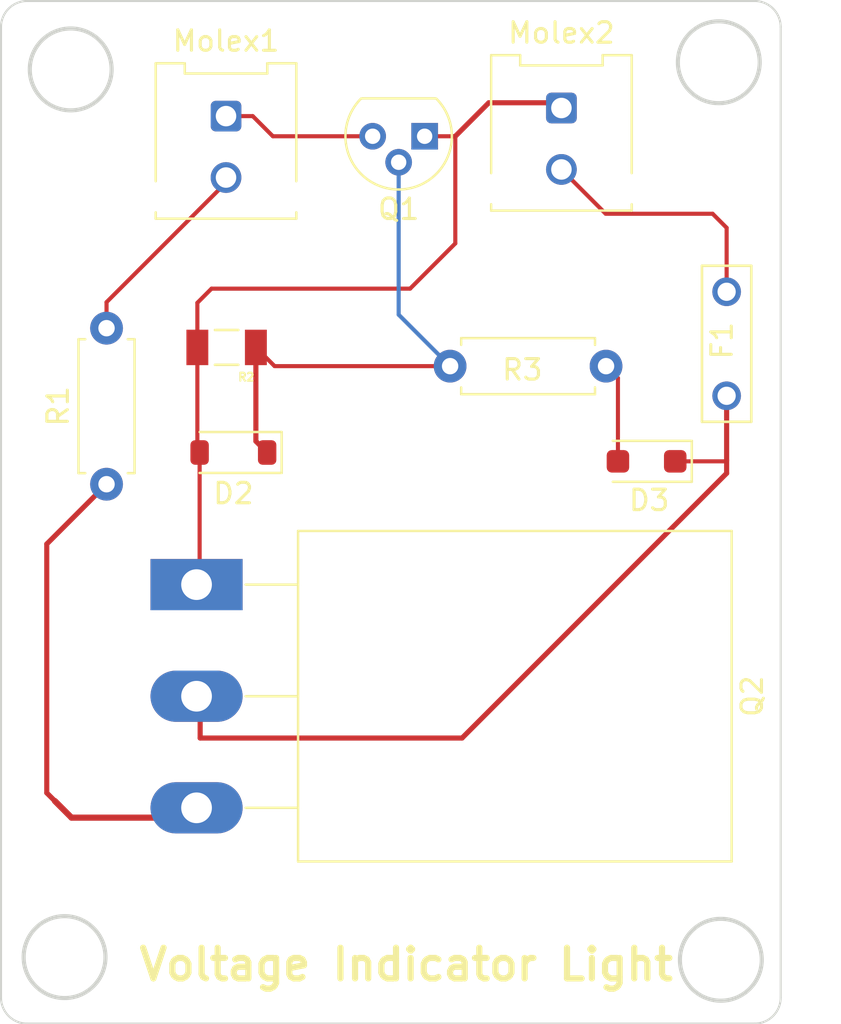
<source format=kicad_pcb>
(kicad_pcb (version 20221018) (generator pcbnew)
  (layers (0 "F.Cu" signal) (31 "B.Cu" signal) (34 "B.Paste" user) (35 "F.Paste" user) (36 "B.SilkS" user "B.Silkscreen") (37 "F.SilkS" user "F.Silkscreen") (38 "B.Mask" user) (39 "F.Mask" user) (44 "Edge.Cuts" user))
  (net 0 "")
  (net 1 "Net-(D2-K)")
  (net 2 "/LED+")
  (net 3 "Net-(D3-K)")
  (net 4 "Net-(D3-A)")
  (net 5 "/HV-")
  (net 6 "/LED-")
  (net 7 "/HV+")
  (net 8 "Net-(Q2-S)")
  (footprint "Package_TO_SOT_THT:TO-92" (layer "F.Cu") (at 139.446 67.564 180)
    (fp_text reference "Q1" (at 1.27 -3.56) (layer "F.SilkS"))
    (fp_text value "VN2460")
    (fp_line (start -0.53 1.85) (end 3.07 1.85) (stroke (width 0.12)) (layer "F.SilkS"))
    (fp_arc (start -0.568478 1.838478) (mid -1.132087 -0.994977) (end 1.27 -2.6) (stroke (width 0.12)) (layer "F.SilkS"))
    (fp_arc (start 1.27 -2.6) (mid 3.672087 -0.994977) (end 3.108478 1.838478) (stroke (width 0.12)) (layer "F.SilkS"))
    (pad "1" thru_hole rect (at 0 0 180) (size 1.3 1.3) (drill 0.75) (layers "*.Cu" "*.Mask") (net 5 "/HV-"))
    (pad "2" thru_hole circle (at 1.27 -1.27 180) (size 1.3 1.3) (drill 0.75) (layers "*.Cu" "*.Mask") (net 1 "Net-(D2-K)"))
    (pad "3" thru_hole circle (at 2.54 0 180) (size 1.3 1.3) (drill 0.75) (layers "*.Cu" "*.Mask") (net 6 "/LED-"))
  )
  (footprint "Connector_Molex:Molex_Micro-Fit_3.0_43045-0212_2x01_P3.00mm_Vertical" (layer "F.Cu") (at 129.74 66.58)
    (fp_text reference "Molex1" (at 0 -3.67) (layer "F.SilkS"))
    (fp_text value "043045-0212")
    (fp_line (start -3.435 -2.58) (end -2.015 -2.58) (stroke (width 0.12)) (layer "F.SilkS"))
    (fp_line (start -3.435 3.18) (end -3.435 -2.58) (stroke (width 0.12)) (layer "F.SilkS"))
    (fp_line (start -3.435 4.7) (end -3.435 5.01) (stroke (width 0.12)) (layer "F.SilkS"))
    (fp_line (start -3.435 5.01) (end 3.435 5.01) (stroke (width 0.12)) (layer "F.SilkS"))
    (fp_line (start -2.015 -2.58) (end -2.015 -2.08) (stroke (width 0.12)) (layer "F.SilkS"))
    (fp_line (start -2.015 -2.08) (end 2.015 -2.08) (stroke (width 0.12)) (layer "F.SilkS"))
    (fp_line (start 2.015 -2.58) (end 3.435 -2.58) (stroke (width 0.12)) (layer "F.SilkS"))
    (fp_line (start 2.015 -2.08) (end 2.015 -2.58) (stroke (width 0.12)) (layer "F.SilkS"))
    (fp_line (start 3.435 -2.58) (end 3.435 3.18) (stroke (width 0.12)) (layer "F.SilkS"))
    (fp_line (start 3.435 5.01) (end 3.435 4.7) (stroke (width 0.12)) (layer "F.SilkS"))
    (pad "" np_thru_hole circle (at -3 3.94) (size 1 1) (drill 1) (layers "*.Cu" "*.Mask"))
    (pad "" np_thru_hole circle (at 3 3.94) (size 1 1) (drill 1) (layers "*.Cu" "*.Mask"))
    (pad "1" thru_hole roundrect (at 0 0) (size 1.5 1.5) (drill 1) (layers "*.Cu" "*.Mask") (roundrect_rratio 0.166667) (net 6 "/LED-"))
    (pad "2" thru_hole circle (at 0 3) (size 1.5 1.5) (drill 1) (layers "*.Cu" "*.Mask") (net 2 "/LED+"))
  )
  (footprint "Resistor_SMD:RESC3116X65N" (layer "F.Cu") (at 129.7696 77.8764 180)
    (fp_text reference "R2" (at -0.96 -1.45) (layer "F.SilkS") (effects (font (size 0.393701 0.393701))))
    (fp_text value "RK73G2BTTD1004C")
    (fp_line (start -0.57 -0.85) (end 0.57 -0.85) (stroke (width 0.127)) (layer "F.SilkS"))
    (fp_line (start -0.57 0.85) (end 0.57 0.85) (stroke (width 0.127)) (layer "F.SilkS"))
    (pad "1" smd rect (at -1.43 0 180) (size 1.07 1.73) (layers "F.Cu" "F.Paste" "F.Mask") (net 1 "Net-(D2-K)"))
    (pad "2" smd rect (at 1.43 0 180) (size 1.07 1.73) (layers "F.Cu" "F.Paste" "F.Mask") (net 5 "/HV-"))
  )
  (footprint "Connector_Molex:Molex_Micro-Fit_3.0_43045-0212_2x01_P3.00mm_Vertical" (layer "F.Cu") (at 146.13 66.185)
    (fp_text reference "Molex2" (at 0 -3.67) (layer "F.SilkS"))
    (fp_text value "043045-0212")
    (fp_line (start -3.435 -2.58) (end -2.015 -2.58) (stroke (width 0.12)) (layer "F.SilkS"))
    (fp_line (start -3.435 3.18) (end -3.435 -2.58) (stroke (width 0.12)) (layer "F.SilkS"))
    (fp_line (start -3.435 4.7) (end -3.435 5.01) (stroke (width 0.12)) (layer "F.SilkS"))
    (fp_line (start -3.435 5.01) (end 3.435 5.01) (stroke (width 0.12)) (layer "F.SilkS"))
    (fp_line (start -2.015 -2.58) (end -2.015 -2.08) (stroke (width 0.12)) (layer "F.SilkS"))
    (fp_line (start -2.015 -2.08) (end 2.015 -2.08) (stroke (width 0.12)) (layer "F.SilkS"))
    (fp_line (start 2.015 -2.58) (end 3.435 -2.58) (stroke (width 0.12)) (layer "F.SilkS"))
    (fp_line (start 2.015 -2.08) (end 2.015 -2.58) (stroke (width 0.12)) (layer "F.SilkS"))
    (fp_line (start 3.435 -2.58) (end 3.435 3.18) (stroke (width 0.12)) (layer "F.SilkS"))
    (fp_line (start 3.435 5.01) (end 3.435 4.7) (stroke (width 0.12)) (layer "F.SilkS"))
    (pad "" np_thru_hole circle (at -3 3.94) (size 1 1) (drill 1) (layers "*.Cu" "*.Mask"))
    (pad "" np_thru_hole circle (at 3 3.94) (size 1 1) (drill 1) (layers "*.Cu" "*.Mask"))
    (pad "1" thru_hole roundrect (at 0 0) (size 1.5 1.5) (drill 1) (layers "*.Cu" "*.Mask") (roundrect_rratio 0.166667) (net 5 "/HV-"))
    (pad "2" thru_hole circle (at 0 3) (size 1.5 1.5) (drill 1) (layers "*.Cu" "*.Mask") (net 7 "/HV+"))
  )
  (footprint "Diode_SMD:D_SOD-123F" (layer "F.Cu") (at 150.2918 83.439 180)
    (fp_text reference "D3" (at -0.127 -1.905) (layer "F.SilkS"))
    (fp_text value "PZ1AL62B-AU_R1_000A1")
    (fp_line (start -2.21 -1) (end -2.21 1) (stroke (width 0.12)) (layer "F.SilkS"))
    (fp_line (start -2.21 -1) (end 1.65 -1) (stroke (width 0.12)) (layer "F.SilkS"))
    (fp_line (start -2.21 1) (end 1.65 1) (stroke (width 0.12)) (layer "F.SilkS"))
    (pad "1" smd roundrect (at -1.4 0 180) (size 1.1 1.1) (layers "F.Cu" "F.Paste" "F.Mask") (roundrect_rratio 0.2272727273) (net 3 "Net-(D3-K)"))
    (pad "2" smd roundrect (at 1.4 0 180) (size 1.1 1.1) (layers "F.Cu" "F.Paste" "F.Mask") (roundrect_rratio 0.2272727273) (net 4 "Net-(D3-A)"))
  )
  (footprint "Resistor_THT:R_Axial_DIN0207_L6.3mm_D2.5mm_P7.62mm_Horizontal" (layer "F.Cu") (at 123.9012 84.5566 90)
    (fp_text reference "R1" (at 3.81 -2.37 90) (layer "F.SilkS"))
    (fp_text value "1100")
    (fp_line (start 0.54 -1.37) (end 7.08 -1.37) (stroke (width 0.12)) (layer "F.SilkS"))
    (fp_line (start 0.54 -1.04) (end 0.54 -1.37) (stroke (width 0.12)) (layer "F.SilkS"))
    (fp_line (start 0.54 1.04) (end 0.54 1.37) (stroke (width 0.12)) (layer "F.SilkS"))
    (fp_line (start 0.54 1.37) (end 7.08 1.37) (stroke (width 0.12)) (layer "F.SilkS"))
    (fp_line (start 7.08 -1.37) (end 7.08 -1.04) (stroke (width 0.12)) (layer "F.SilkS"))
    (fp_line (start 7.08 1.37) (end 7.08 1.04) (stroke (width 0.12)) (layer "F.SilkS"))
    (pad "1" thru_hole circle (at 0 0 90) (size 1.6 1.6) (drill 0.8) (layers "*.Cu" "*.Mask") (net 8 "Net-(Q2-S)"))
    (pad "2" thru_hole oval (at 7.62 0 90) (size 1.6 1.6) (drill 0.8) (layers "*.Cu" "*.Mask") (net 2 "/LED+"))
  )
  (footprint "Package_TO_SOT_THT:TO-247-3_Horizontal_TabDown" (layer "F.Cu") (at 128.3 89.46 -90)
    (fp_text reference "Q2" (at 5.45 -27.15 90) (layer "F.SilkS"))
    (fp_text value "UJ3N120035K3S")
    (fp_line (start -2.62 -26.15) (end -2.62 -4.96) (stroke (width 0.12)) (layer "F.SilkS"))
    (fp_line (start -2.62 -26.15) (end 13.52 -26.15) (stroke (width 0.12)) (layer "F.SilkS"))
    (fp_line (start -2.62 -4.96) (end 13.52 -4.96) (stroke (width 0.12)) (layer "F.SilkS"))
    (fp_line (start 0 -4.96) (end 0 -2.4) (stroke (width 0.12)) (layer "F.SilkS"))
    (fp_line (start 5.45 -4.96) (end 5.45 -2.4) (stroke (width 0.12)) (layer "F.SilkS"))
    (fp_line (start 10.9 -4.96) (end 10.9 -2.4) (stroke (width 0.12)) (layer "F.SilkS"))
    (fp_line (start 13.52 -26.15) (end 13.52 -4.96) (stroke (width 0.12)) (layer "F.SilkS"))
    (pad "" np_thru_hole oval (at 5.45 -19.86 270) (size 3.6 3.6) (drill 3.6) (layers "*.Cu" "*.Mask"))
    (pad "1" thru_hole rect (at 0 0 270) (size 2.5 4.5) (drill 1.5) (layers "*.Cu" "*.Mask") (net 5 "/HV-"))
    (pad "2" thru_hole oval (at 5.45 0 270) (size 2.5 4.5) (drill 1.5) (layers "*.Cu" "*.Mask") (net 3 "Net-(D3-K)"))
    (pad "3" thru_hole oval (at 10.9 0 270) (size 2.5 4.5) (drill 1.5) (layers "*.Cu" "*.Mask") (net 8 "Net-(Q2-S)"))
  )
  (footprint "Diode_SMD:D_SOD-123" (layer "F.Cu") (at 130.0998 83.0072 180)
    (fp_text reference "D2" (at 0 -2) (layer "F.SilkS"))
    (fp_text value "BZT52-B12_R1_00001")
    (fp_line (start -2.36 -1) (end -2.36 1) (stroke (width 0.12)) (layer "F.SilkS"))
    (fp_line (start -2.36 -1) (end 1.65 -1) (stroke (width 0.12)) (layer "F.SilkS"))
    (fp_line (start -2.36 1) (end 1.65 1) (stroke (width 0.12)) (layer "F.SilkS"))
    (pad "1" smd roundrect (at -1.65 0 180) (size 0.9 1.2) (layers "F.Cu" "F.Paste" "F.Mask") (net 1 "Net-(D2-K)"))
    (pad "2" smd roundrect (at 1.65 0 180) (size 0.9 1.2) (layers "F.Cu" "F.Paste" "F.Mask") (net 5 "/HV-"))
  )
  (footprint "Resistor_THT:R_Axial_DIN0207_L6.3mm_D2.5mm_P7.62mm_Horizontal" (layer "F.Cu") (at 148.3106 78.7908 180)
    (fp_text reference "R3" (at 4.0894 -0.1778 180) (layer "F.SilkS"))
    (fp_text value "PR02000201004FA100")
    (fp_line (start 0.54 -1.37) (end 7.08 -1.37) (stroke (width 0.12)) (layer "F.SilkS"))
    (fp_line (start 0.54 -1.04) (end 0.54 -1.37) (stroke (width 0.12)) (layer "F.SilkS"))
    (fp_line (start 0.54 1.04) (end 0.54 1.37) (stroke (width 0.12)) (layer "F.SilkS"))
    (fp_line (start 0.54 1.37) (end 7.08 1.37) (stroke (width 0.12)) (layer "F.SilkS"))
    (fp_line (start 7.08 -1.37) (end 7.08 -1.04) (stroke (width 0.12)) (layer "F.SilkS"))
    (fp_line (start 7.08 1.37) (end 7.08 1.04) (stroke (width 0.12)) (layer "F.SilkS"))
    (pad "1" thru_hole circle (at 0 0 180) (size 1.6 1.6) (drill 0.8) (layers "*.Cu" "*.Mask") (net 4 "Net-(D3-A)"))
    (pad "2" thru_hole oval (at 7.62 0 180) (size 1.6 1.6) (drill 0.8) (layers "*.Cu" "*.Mask") (net 1 "Net-(D2-K)"))
  )
  (footprint "BK_PCS:FUSE_BK_PCS" (layer "F.Cu") (at 154.2034 77.6986 -90)
    (fp_text reference "F1" (at -0.1524 0.2286 90) (layer "F.SilkS"))
    (fp_text value "750mA")
    (fp_line (start -3.81 -1.205) (end 3.81 -1.205) (stroke (width 0.127)) (layer "F.SilkS"))
    (fp_line (start -3.81 1.205) (end -3.81 -1.205) (stroke (width 0.127)) (layer "F.SilkS"))
    (fp_line (start 3.81 -1.205) (end 3.81 1.205) (stroke (width 0.127)) (layer "F.SilkS"))
    (fp_line (start 3.81 1.205) (end -3.81 1.205) (stroke (width 0.127)) (layer "F.SilkS"))
    (pad "1" thru_hole circle (at -2.54 0 270) (size 1.397 1.397) (drill 0.889) (layers "*.Cu" "*.Mask") (net 7 "/HV+"))
    (pad "2" thru_hole circle (at 2.54 0 270) (size 1.397 1.397) (drill 0.889) (layers "*.Cu" "*.Mask") (net 3 "Net-(D3-K)"))
  )
  (gr_arc (start 155.575 60.96) (mid 156.473026 61.331974) (end 156.845 62.23) (stroke (width 0.1)) (layer "Edge.Cuts"))
  (gr_line (start 120.015 60.96) (end 155.575 60.96) (stroke (width 0.1)) (layer "Edge.Cuts"))
  (gr_circle (center 153.92 107.78) (end 155.92 107.78) (stroke (width 0.2)) (fill none) (layer "Edge.Cuts"))
  (gr_arc (start 120.015 110.8964) (mid 119.116974 110.524426) (end 118.745 109.6264) (stroke (width 0.1)) (layer "Edge.Cuts"))
  (gr_arc (start 156.845 109.6264) (mid 156.473026 110.524426) (end 155.575 110.8964) (stroke (width 0.1)) (layer "Edge.Cuts"))
  (gr_circle (center 121.85 107.65) (end 123.85 107.65) (stroke (width 0.2)) (fill none) (layer "Edge.Cuts"))
  (gr_line (start 118.745 109.6264) (end 118.745 62.23) (stroke (width 0.1)) (layer "Edge.Cuts"))
  (gr_circle (center 153.82 63.95) (end 155.82 63.95) (stroke (width 0.2)) (fill none) (layer "Edge.Cuts"))
  (gr_line (start 156.845 62.23) (end 156.845 109.6264) (stroke (width 0.1)) (layer "Edge.Cuts"))
  (gr_arc (start 118.745 62.23) (mid 119.116974 61.331974) (end 120.015 60.96) (stroke (width 0.1)) (layer "Edge.Cuts"))
  (gr_circle (center 122.15 64.3) (end 124.15 64.3) (stroke (width 0.2)) (fill none) (layer "Edge.Cuts"))
  (gr_line (start 155.575 110.8964) (end 120.015 110.8964) (stroke (width 0.1)) (layer "Edge.Cuts"))
  (gr_text "Voltage Indicator Light" (at 125.349 108.8898) (layer "F.SilkS") (effects (font (size 1.5 1.5) (thickness 0.3) bold) (justify left bottom)))
  (segment (start 132.114 78.7908) (end 131.1996 77.8764) (width 0.2) (layer "F.Cu") (net 1))
  (segment (start 131.1996 82.457) (end 131.7498 83.0072) (width 0.25) (layer "F.Cu") (net 1))
  (segment (start 131.1996 77.8764) (end 131.1996 82.457) (width 0.25) (layer "F.Cu") (net 1))
  (segment (start 140.6906 78.7908) (end 132.114 78.7908) (width 0.2) (layer "F.Cu") (net 1))
  (segment (start 138.176 68.834) (end 138.176 76.2762) (width 0.2) (layer "B.Cu") (net 1))
  (segment (start 138.176 76.2762) (end 140.6906 78.7908) (width 0.2) (layer "B.Cu") (net 1))
  (segment (start 123.9012 76.9366) (end 123.9012 75.6666) (width 0.2) (layer "F.Cu") (net 2))
  (segment (start 123.9012 75.6666) (end 129.8639 69.7039) (width 0.2) (layer "F.Cu") (net 2))
  (segment (start 129.8639 69.7039) (end 129.832 69.672) (width 0.2) (layer "F.Cu") (net 2))
  (segment (start 154.1526 83.439) (end 154.2034 83.3882) (width 0.2) (layer "F.Cu") (net 3))
  (segment (start 128.476 95.086) (end 128.476 96.9518) (width 0.25) (layer "F.Cu") (net 3))
  (segment (start 128.476 96.9518) (end 141.2748 96.9518) (width 0.25) (layer "F.Cu") (net 3))
  (segment (start 154.2034 83.3882) (end 154.2034 80.2386) (width 0.25) (layer "F.Cu") (net 3))
  (segment (start 141.2748 96.9518) (end 154.2034 84.0232) (width 0.25) (layer "F.Cu") (net 3))
  (segment (start 154.2034 84.0232) (end 154.2034 83.3882) (width 0.25) (layer "F.Cu") (net 3))
  (segment (start 151.6918 83.439) (end 154.1526 83.439) (width 0.2) (layer "F.Cu") (net 3))
  (segment (start 128.3 94.91) (end 128.476 95.086) (width 0.2) (layer "F.Cu") (net 3))
  (segment (start 148.8918 83.439) (end 148.8918 79.372) (width 0.2) (layer "F.Cu") (net 4))
  (segment (start 148.8918 79.372) (end 148.3106 78.7908) (width 0.2) (layer "F.Cu") (net 4))
  (segment (start 128.3396 82.897) (end 128.3396 77.8764) (width 0.2) (layer "F.Cu") (net 5))
  (segment (start 140.9446 72.7964) (end 140.9446 67.6402) (width 0.2) (layer "F.Cu") (net 5))
  (segment (start 140.9446 67.564) (end 142.5802 65.9284) (width 0.25) (layer "F.Cu") (net 5))
  (segment (start 138.7348 75.0062) (end 140.9446 72.7964) (width 0.2) (layer "F.Cu") (net 5))
  (segment (start 128.476 83.0334) (end 128.4498 83.0072) (width 0.2) (layer "F.Cu") (net 5))
  (segment (start 140.9446 67.6402) (end 140.8684 67.564) (width 0.2) (layer "F.Cu") (net 5))
  (segment (start 128.4498 83.0072) (end 128.3396 82.897) (width 0.2) (layer "F.Cu") (net 5))
  (segment (start 140.8684 67.564) (end 140.9446 67.564) (width 0.2) (layer "F.Cu") (net 5))
  (segment (start 128.4498 83.0072) (end 128.4498 89.3102) (width 0.2) (layer "F.Cu") (net 5))
  (segment (start 128.3396 75.6986) (end 129.032 75.0062) (width 0.2) (layer "F.Cu") (net 5))
  (segment (start 128.4498 89.3102) (end 128.3 89.46) (width 0.2) (layer "F.Cu") (net 5))
  (segment (start 139.446 67.564) (end 140.8684 67.564) (width 0.2) (layer "F.Cu") (net 5))
  (segment (start 129.032 75.0062) (end 138.7348 75.0062) (width 0.2) (layer "F.Cu") (net 5))
  (segment (start 145.8734 65.9284) (end 146.13 66.185) (width 0.2) (layer "F.Cu") (net 5))
  (segment (start 128.3396 77.8764) (end 128.3396 75.6986) (width 0.2) (layer "F.Cu") (net 5))
  (segment (start 142.5802 65.9284) (end 145.8734 65.9284) (width 0.25) (layer "F.Cu") (net 5))
  (segment (start 129.74 66.58) (end 131.0452 66.58) (width 0.2) (layer "F.Cu") (net 6))
  (segment (start 131.0452 66.58) (end 132.0292 67.564) (width 0.2) (layer "F.Cu") (net 6))
  (segment (start 132.0292 67.564) (end 136.906 67.564) (width 0.2) (layer "F.Cu") (net 6))
  (segment (start 154.2034 75.1586) (end 154.2034 72.0344) (width 0.2) (layer "F.Cu") (net 7))
  (segment (start 153.5176 71.3486) (end 148.2936 71.3486) (width 0.2) (layer "F.Cu") (net 7))
  (segment (start 154.2034 72.0344) (end 153.5176 71.3486) (width 0.2) (layer "F.Cu") (net 7))
  (segment (start 148.2936 71.3486) (end 146.13 69.185) (width 0.2) (layer "F.Cu") (net 7))
  (segment (start 120.9802 87.4776) (end 120.9802 99.6302) (width 0.25) (layer "F.Cu") (net 8))
  (segment (start 122.19 100.84) (end 121.3809 100.0309) (width 0.3) (layer "F.Cu") (net 8))
  (segment (start 127.82 100.84) (end 122.19 100.84) (width 0.3) (layer "F.Cu") (net 8))
  (segment (start 123.9012 84.5566) (end 120.9802 87.4776) (width 0.25) (layer "F.Cu") (net 8))
  (segment (start 128.3 100.36) (end 127.82 100.84) (width 0.2) (layer "F.Cu") (net 8))
  (segment (start 120.9802 99.6302) (end 121.3809 100.0309) (width 0.25) (layer "F.Cu") (net 8))
)
</source>
